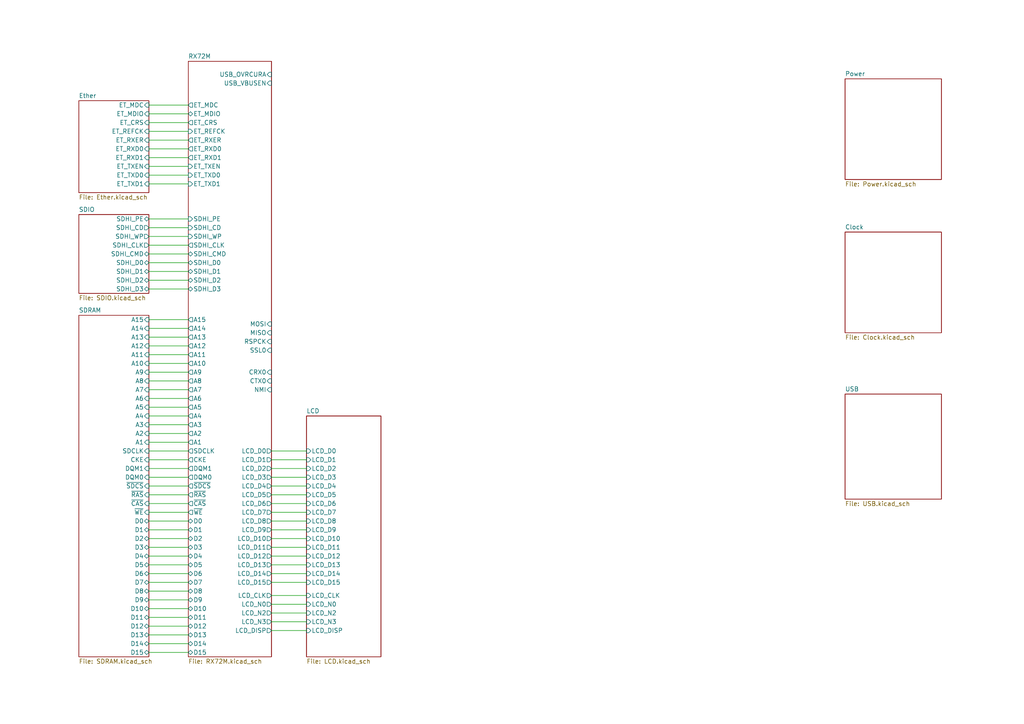
<source format=kicad_sch>
(kicad_sch (version 20211123) (generator eeschema)

  (uuid 0bcafe80-ffba-4f1e-ae51-95a595b006db)

  (paper "A4")

  (lib_symbols
  )


  (wire (pts (xy 54.61 158.75) (xy 43.18 158.75))
    (stroke (width 0) (type default) (color 0 0 0 0))
    (uuid 009b5465-0a65-4237-93e7-eb65321eeb18)
  )
  (wire (pts (xy 43.18 156.21) (xy 54.61 156.21))
    (stroke (width 0) (type default) (color 0 0 0 0))
    (uuid 00f3ea8b-8a54-4e56-84ff-d98f6c00496c)
  )
  (wire (pts (xy 88.9 135.89) (xy 78.74 135.89))
    (stroke (width 0) (type default) (color 0 0 0 0))
    (uuid 03f57fb4-32a3-4bc6-85b9-fd8ece4a9592)
  )
  (wire (pts (xy 88.9 156.21) (xy 78.74 156.21))
    (stroke (width 0) (type default) (color 0 0 0 0))
    (uuid 07d160b6-23e1-4aa0-95cb-440482e6fc15)
  )
  (wire (pts (xy 54.61 30.48) (xy 43.18 30.48))
    (stroke (width 0) (type default) (color 0 0 0 0))
    (uuid 0fd35a3e-b394-4aae-875a-fac843f9cbb7)
  )
  (wire (pts (xy 43.18 92.71) (xy 54.61 92.71))
    (stroke (width 0) (type default) (color 0 0 0 0))
    (uuid 1199146e-a60b-416a-b503-e77d6d2892f9)
  )
  (wire (pts (xy 54.61 130.81) (xy 43.18 130.81))
    (stroke (width 0) (type default) (color 0 0 0 0))
    (uuid 16121028-bdf5-49c0-aae7-e28fe5bfa771)
  )
  (wire (pts (xy 43.18 71.12) (xy 54.61 71.12))
    (stroke (width 0) (type default) (color 0 0 0 0))
    (uuid 180245d9-4a3f-4d1b-adcc-b4eafac722e0)
  )
  (wire (pts (xy 88.9 130.81) (xy 78.74 130.81))
    (stroke (width 0) (type default) (color 0 0 0 0))
    (uuid 18ca5aef-6a2c-41ac-9e7f-bf7acb716e53)
  )
  (wire (pts (xy 88.9 182.88) (xy 78.74 182.88))
    (stroke (width 0) (type default) (color 0 0 0 0))
    (uuid 1b2fbf52-6faa-4937-83fa-9387d825d297)
  )
  (wire (pts (xy 78.74 153.67) (xy 88.9 153.67))
    (stroke (width 0) (type default) (color 0 0 0 0))
    (uuid 1e48966e-d29d-4521-8939-ec8ac570431d)
  )
  (wire (pts (xy 43.18 81.28) (xy 54.61 81.28))
    (stroke (width 0) (type default) (color 0 0 0 0))
    (uuid 1fbb0219-551e-409b-a61b-76e8cebdfb9d)
  )
  (wire (pts (xy 43.18 161.29) (xy 54.61 161.29))
    (stroke (width 0) (type default) (color 0 0 0 0))
    (uuid 221bef83-3ea7-4d3f-adeb-53a8a07c6273)
  )
  (wire (pts (xy 88.9 146.05) (xy 78.74 146.05))
    (stroke (width 0) (type default) (color 0 0 0 0))
    (uuid 24b72b0d-63b8-4e06-89d0-e94dcf39a600)
  )
  (wire (pts (xy 43.18 66.04) (xy 54.61 66.04))
    (stroke (width 0) (type default) (color 0 0 0 0))
    (uuid 28e37b45-f843-47c2-85c9-ca19f5430ece)
  )
  (wire (pts (xy 54.61 48.26) (xy 43.18 48.26))
    (stroke (width 0) (type default) (color 0 0 0 0))
    (uuid 30317bf0-88bb-49e7-bf8b-9f3883982225)
  )
  (wire (pts (xy 54.61 45.72) (xy 43.18 45.72))
    (stroke (width 0) (type default) (color 0 0 0 0))
    (uuid 3e915099-a18e-49f4-89bb-abe64c2dade5)
  )
  (wire (pts (xy 43.18 107.95) (xy 54.61 107.95))
    (stroke (width 0) (type default) (color 0 0 0 0))
    (uuid 3f43d730-2a73-49fe-9672-32428e7f5b49)
  )
  (wire (pts (xy 88.9 177.8) (xy 78.74 177.8))
    (stroke (width 0) (type default) (color 0 0 0 0))
    (uuid 4418ecb1-861e-4145-9951-a10eda95b9b8)
  )
  (wire (pts (xy 78.74 143.51) (xy 88.9 143.51))
    (stroke (width 0) (type default) (color 0 0 0 0))
    (uuid 4431c0f6-83ea-4eee-95a8-991da2f03ccd)
  )
  (wire (pts (xy 54.61 181.61) (xy 43.18 181.61))
    (stroke (width 0) (type default) (color 0 0 0 0))
    (uuid 477892a1-722e-4cda-bb6c-fcdb8ba5f93e)
  )
  (wire (pts (xy 43.18 186.69) (xy 54.61 186.69))
    (stroke (width 0) (type default) (color 0 0 0 0))
    (uuid 479331ff-c540-41f4-84e6-b48d65171e59)
  )
  (wire (pts (xy 43.18 166.37) (xy 54.61 166.37))
    (stroke (width 0) (type default) (color 0 0 0 0))
    (uuid 4ba06b66-7669-4c70-b585-f5d4c9c33527)
  )
  (wire (pts (xy 43.18 179.07) (xy 54.61 179.07))
    (stroke (width 0) (type default) (color 0 0 0 0))
    (uuid 4d586a18-26c5-441e-a9ff-8125ee516126)
  )
  (wire (pts (xy 54.61 125.73) (xy 43.18 125.73))
    (stroke (width 0) (type default) (color 0 0 0 0))
    (uuid 4db55cb8-197b-4402-871f-ce582b65664b)
  )
  (wire (pts (xy 54.61 73.66) (xy 43.18 73.66))
    (stroke (width 0) (type default) (color 0 0 0 0))
    (uuid 54212c01-b363-47b8-a145-45c40df316f4)
  )
  (wire (pts (xy 78.74 180.34) (xy 88.9 180.34))
    (stroke (width 0) (type default) (color 0 0 0 0))
    (uuid 5a262516-e7c8-4441-a217-a28a6fe49212)
  )
  (wire (pts (xy 54.61 168.91) (xy 43.18 168.91))
    (stroke (width 0) (type default) (color 0 0 0 0))
    (uuid 60ff6322-62e2-4602-9bc0-7a0f0a5ecfbf)
  )
  (wire (pts (xy 54.61 135.89) (xy 43.18 135.89))
    (stroke (width 0) (type default) (color 0 0 0 0))
    (uuid 6bd115d6-07e0-45db-8f2e-3cbb0429104f)
  )
  (wire (pts (xy 54.61 78.74) (xy 43.18 78.74))
    (stroke (width 0) (type default) (color 0 0 0 0))
    (uuid 7bfba61b-6752-4a45-9ee6-5984dcb15041)
  )
  (wire (pts (xy 88.9 161.29) (xy 78.74 161.29))
    (stroke (width 0) (type default) (color 0 0 0 0))
    (uuid 844d7d7a-b386-45a8-aaf6-bf41bbcb43b5)
  )
  (wire (pts (xy 54.61 63.5) (xy 43.18 63.5))
    (stroke (width 0) (type default) (color 0 0 0 0))
    (uuid 88610282-a92d-4c3d-917a-ea95d59e0759)
  )
  (wire (pts (xy 43.18 118.11) (xy 54.61 118.11))
    (stroke (width 0) (type default) (color 0 0 0 0))
    (uuid 9031bb33-c6aa-4758-bf5c-3274ed3ebab7)
  )
  (wire (pts (xy 88.9 140.97) (xy 78.74 140.97))
    (stroke (width 0) (type default) (color 0 0 0 0))
    (uuid 90e761f6-1432-4f73-ad28-fa8869b7ec31)
  )
  (wire (pts (xy 54.61 110.49) (xy 43.18 110.49))
    (stroke (width 0) (type default) (color 0 0 0 0))
    (uuid 9186dae5-6dc3-4744-9f90-e697559c6ac8)
  )
  (wire (pts (xy 43.18 176.53) (xy 54.61 176.53))
    (stroke (width 0) (type default) (color 0 0 0 0))
    (uuid 9186fd02-f30d-4e17-aa38-378ab73e3908)
  )
  (wire (pts (xy 54.61 138.43) (xy 43.18 138.43))
    (stroke (width 0) (type default) (color 0 0 0 0))
    (uuid 97fe2a5c-4eee-4c7a-9c43-47749b396494)
  )
  (wire (pts (xy 43.18 102.87) (xy 54.61 102.87))
    (stroke (width 0) (type default) (color 0 0 0 0))
    (uuid 98b00c9d-9188-4bce-aa70-92d12dd9cf82)
  )
  (wire (pts (xy 54.61 83.82) (xy 43.18 83.82))
    (stroke (width 0) (type default) (color 0 0 0 0))
    (uuid 99332785-d9f1-4363-9377-26ddc18e6d2c)
  )
  (wire (pts (xy 54.61 95.25) (xy 43.18 95.25))
    (stroke (width 0) (type default) (color 0 0 0 0))
    (uuid 997c2f12-73ba-4c01-9ee0-42e37cbab790)
  )
  (wire (pts (xy 43.18 76.2) (xy 54.61 76.2))
    (stroke (width 0) (type default) (color 0 0 0 0))
    (uuid 99dfa524-0366-4808-b4e8-328fc38e8656)
  )
  (wire (pts (xy 43.18 123.19) (xy 54.61 123.19))
    (stroke (width 0) (type default) (color 0 0 0 0))
    (uuid 9aedbb9e-8340-4899-b813-05b23382a36b)
  )
  (wire (pts (xy 88.9 166.37) (xy 78.74 166.37))
    (stroke (width 0) (type default) (color 0 0 0 0))
    (uuid a07b6b2b-7179-4297-b163-5e47ffbe76d3)
  )
  (wire (pts (xy 54.61 105.41) (xy 43.18 105.41))
    (stroke (width 0) (type default) (color 0 0 0 0))
    (uuid a24ce0e2-fdd3-4e6a-b754-5dee9713dd27)
  )
  (wire (pts (xy 78.74 158.75) (xy 88.9 158.75))
    (stroke (width 0) (type default) (color 0 0 0 0))
    (uuid a62609cd-29b7-4918-b97d-7b2404ba61cf)
  )
  (wire (pts (xy 78.74 148.59) (xy 88.9 148.59))
    (stroke (width 0) (type default) (color 0 0 0 0))
    (uuid a6738794-75ae-48a6-8949-ed8717400d71)
  )
  (wire (pts (xy 88.9 172.72) (xy 78.74 172.72))
    (stroke (width 0) (type default) (color 0 0 0 0))
    (uuid a8344b6e-ca77-48c1-b217-2d5c79e7b57e)
  )
  (wire (pts (xy 54.61 173.99) (xy 43.18 173.99))
    (stroke (width 0) (type default) (color 0 0 0 0))
    (uuid aa130053-a451-4f12-97f7-3d4d891a5f83)
  )
  (wire (pts (xy 54.61 148.59) (xy 43.18 148.59))
    (stroke (width 0) (type default) (color 0 0 0 0))
    (uuid ae77c3c8-1144-468e-ad5b-a0b4090735bd)
  )
  (wire (pts (xy 43.18 97.79) (xy 54.61 97.79))
    (stroke (width 0) (type default) (color 0 0 0 0))
    (uuid afd38b10-2eca-4abe-aed1-a96fb07ffdbe)
  )
  (wire (pts (xy 54.61 184.15) (xy 43.18 184.15))
    (stroke (width 0) (type default) (color 0 0 0 0))
    (uuid b09666f9-12f1-4ee9-8877-2292c94258ca)
  )
  (wire (pts (xy 54.61 163.83) (xy 43.18 163.83))
    (stroke (width 0) (type default) (color 0 0 0 0))
    (uuid b52d6ff3-fef1-496e-8dd5-ebb89b6bce6a)
  )
  (wire (pts (xy 78.74 138.43) (xy 88.9 138.43))
    (stroke (width 0) (type default) (color 0 0 0 0))
    (uuid b78cb2c1-ae4b-4d9b-acd8-d7fe342342f2)
  )
  (wire (pts (xy 54.61 153.67) (xy 43.18 153.67))
    (stroke (width 0) (type default) (color 0 0 0 0))
    (uuid bc0dbc57-3ae8-4ce5-a05c-2d6003bba475)
  )
  (wire (pts (xy 54.61 33.02) (xy 43.18 33.02))
    (stroke (width 0) (type default) (color 0 0 0 0))
    (uuid c088f712-1abe-4cac-9a8b-d564931395aa)
  )
  (wire (pts (xy 54.61 146.05) (xy 43.18 146.05))
    (stroke (width 0) (type default) (color 0 0 0 0))
    (uuid c3c499b1-9227-4e4b-9982-f9f1aa6203b9)
  )
  (wire (pts (xy 43.18 151.13) (xy 54.61 151.13))
    (stroke (width 0) (type default) (color 0 0 0 0))
    (uuid c8b92953-cd23-44e6-85ce-083fb8c3f20f)
  )
  (wire (pts (xy 54.61 100.33) (xy 43.18 100.33))
    (stroke (width 0) (type default) (color 0 0 0 0))
    (uuid c8fd9dd3-06ad-4146-9239-0065013959ef)
  )
  (wire (pts (xy 54.61 53.34) (xy 43.18 53.34))
    (stroke (width 0) (type default) (color 0 0 0 0))
    (uuid cb721686-5255-4788-a3b0-ce4312e32eb7)
  )
  (wire (pts (xy 54.61 189.23) (xy 43.18 189.23))
    (stroke (width 0) (type default) (color 0 0 0 0))
    (uuid cc15f583-a41b-43af-ba94-a75455506a96)
  )
  (wire (pts (xy 54.61 140.97) (xy 43.18 140.97))
    (stroke (width 0) (type default) (color 0 0 0 0))
    (uuid ce72ea62-9343-4a4f-81bf-8ac601f5d005)
  )
  (wire (pts (xy 54.61 133.35) (xy 43.18 133.35))
    (stroke (width 0) (type default) (color 0 0 0 0))
    (uuid d0a0deb1-4f0f-4ede-b730-2c6d67cb9618)
  )
  (wire (pts (xy 78.74 168.91) (xy 88.9 168.91))
    (stroke (width 0) (type default) (color 0 0 0 0))
    (uuid d1a9be32-38ba-44e6-bc35-f031541ab1fe)
  )
  (wire (pts (xy 54.61 40.64) (xy 43.18 40.64))
    (stroke (width 0) (type default) (color 0 0 0 0))
    (uuid d3d57924-54a6-421d-a3a0-a044fc909e88)
  )
  (wire (pts (xy 88.9 151.13) (xy 78.74 151.13))
    (stroke (width 0) (type default) (color 0 0 0 0))
    (uuid d692b5e6-71b2-4fa6-bc83-618add8d8fef)
  )
  (wire (pts (xy 43.18 171.45) (xy 54.61 171.45))
    (stroke (width 0) (type default) (color 0 0 0 0))
    (uuid e7369115-d491-4ef3-be3d-f5298992c3e8)
  )
  (wire (pts (xy 43.18 128.27) (xy 54.61 128.27))
    (stroke (width 0) (type default) (color 0 0 0 0))
    (uuid e97b5984-9f0f-43a4-9b8a-838eef4cceb2)
  )
  (wire (pts (xy 54.61 35.56) (xy 43.18 35.56))
    (stroke (width 0) (type default) (color 0 0 0 0))
    (uuid ea6fde00-59dc-4a79-a647-7e38199fae0e)
  )
  (wire (pts (xy 54.61 43.18) (xy 43.18 43.18))
    (stroke (width 0) (type default) (color 0 0 0 0))
    (uuid eab9c52c-3aa0-43a7-bc7f-7e234ff1e9f4)
  )
  (wire (pts (xy 78.74 163.83) (xy 88.9 163.83))
    (stroke (width 0) (type default) (color 0 0 0 0))
    (uuid ebca7c5e-ae52-43e5-ac6c-69a96a9a5b24)
  )
  (wire (pts (xy 43.18 113.03) (xy 54.61 113.03))
    (stroke (width 0) (type default) (color 0 0 0 0))
    (uuid f1a9fb80-4cc4-410f-9616-e19c969dcab5)
  )
  (wire (pts (xy 78.74 175.26) (xy 88.9 175.26))
    (stroke (width 0) (type default) (color 0 0 0 0))
    (uuid f4d56f6a-532c-43b8-b830-4af0c6750745)
  )
  (wire (pts (xy 54.61 38.1) (xy 43.18 38.1))
    (stroke (width 0) (type default) (color 0 0 0 0))
    (uuid f73b5500-6337-4860-a114-6e307f65ec9f)
  )
  (wire (pts (xy 54.61 68.58) (xy 43.18 68.58))
    (stroke (width 0) (type default) (color 0 0 0 0))
    (uuid f8f3a9fc-1e34-4573-a767-508104e8d242)
  )
  (wire (pts (xy 54.61 50.8) (xy 43.18 50.8))
    (stroke (width 0) (type default) (color 0 0 0 0))
    (uuid f959907b-1cef-4760-b043-4260a660a2ae)
  )
  (wire (pts (xy 78.74 133.35) (xy 88.9 133.35))
    (stroke (width 0) (type default) (color 0 0 0 0))
    (uuid f9b1563b-384a-447c-9f47-736504e995c8)
  )
  (wire (pts (xy 54.61 120.65) (xy 43.18 120.65))
    (stroke (width 0) (type default) (color 0 0 0 0))
    (uuid fa918b6d-f6cf-4471-be3b-4ff713f55a2e)
  )
  (wire (pts (xy 54.61 143.51) (xy 43.18 143.51))
    (stroke (width 0) (type default) (color 0 0 0 0))
    (uuid fb30f9bb-6a0b-4d8a-82b0-266eab794bc6)
  )
  (wire (pts (xy 54.61 115.57) (xy 43.18 115.57))
    (stroke (width 0) (type default) (color 0 0 0 0))
    (uuid fea7c5d1-76d6-41a0-b5e3-29889dbb8ce0)
  )

  (sheet (at 245.11 22.86) (size 27.94 29.21) (fields_autoplaced)
    (stroke (width 0) (type solid) (color 0 0 0 0))
    (fill (color 0 0 0 0.0000))
    (uuid 00000000-0000-0000-0000-00005dba261f)
    (property "Sheet name" "Power" (id 0) (at 245.11 22.1484 0)
      (effects (font (size 1.27 1.27)) (justify left bottom))
    )
    (property "Sheet file" "Power.kicad_sch" (id 1) (at 245.11 52.6546 0)
      (effects (font (size 1.27 1.27)) (justify left top))
    )
  )

  (sheet (at 54.61 17.78) (size 24.13 172.72) (fields_autoplaced)
    (stroke (width 0) (type solid) (color 0 0 0 0))
    (fill (color 0 0 0 0.0000))
    (uuid 00000000-0000-0000-0000-00005dba4562)
    (property "Sheet name" "RX72M" (id 0) (at 54.61 17.0684 0)
      (effects (font (size 1.27 1.27)) (justify left bottom))
    )
    (property "Sheet file" "RX72M.kicad_sch" (id 1) (at 54.61 191.0846 0)
      (effects (font (size 1.27 1.27)) (justify left top))
    )
    (pin "D0" bidirectional (at 54.61 151.13 180)
      (effects (font (size 1.27 1.27)) (justify left))
      (uuid 802c2dc3-ca9f-491e-9d66-7893e89ac34c)
    )
    (pin "D1" bidirectional (at 54.61 153.67 180)
      (effects (font (size 1.27 1.27)) (justify left))
      (uuid eed466bf-cd88-4860-9abf-41a594ca08bd)
    )
    (pin "D2" bidirectional (at 54.61 156.21 180)
      (effects (font (size 1.27 1.27)) (justify left))
      (uuid 72508b1f-1505-46cb-9d37-2081c5a12aca)
    )
    (pin "D3" bidirectional (at 54.61 158.75 180)
      (effects (font (size 1.27 1.27)) (justify left))
      (uuid 011ee658-718d-416a-85fd-961729cd1ee5)
    )
    (pin "D4" bidirectional (at 54.61 161.29 180)
      (effects (font (size 1.27 1.27)) (justify left))
      (uuid 7d76d925-f900-42af-a03f-bb32d2381b09)
    )
    (pin "D5" bidirectional (at 54.61 163.83 180)
      (effects (font (size 1.27 1.27)) (justify left))
      (uuid f1e619ac-5067-41df-8384-776ec70a6093)
    )
    (pin "D6" bidirectional (at 54.61 166.37 180)
      (effects (font (size 1.27 1.27)) (justify left))
      (uuid 7a74c4b1-6243-4a12-85a2-bc41d346e7aa)
    )
    (pin "D7" bidirectional (at 54.61 168.91 180)
      (effects (font (size 1.27 1.27)) (justify left))
      (uuid ed8a7f02-cf05-41d0-97b4-4388ef205e73)
    )
    (pin "D8" bidirectional (at 54.61 171.45 180)
      (effects (font (size 1.27 1.27)) (justify left))
      (uuid 593b8647-0095-46cc-ba23-3cf2a86edb5e)
    )
    (pin "D9" bidirectional (at 54.61 173.99 180)
      (effects (font (size 1.27 1.27)) (justify left))
      (uuid 60aa0ce8-9d0e-48ca-bbf9-866403979e9b)
    )
    (pin "D10" bidirectional (at 54.61 176.53 180)
      (effects (font (size 1.27 1.27)) (justify left))
      (uuid bde95c06-433a-4c03-bc48-e3abcdb4e054)
    )
    (pin "D11" bidirectional (at 54.61 179.07 180)
      (effects (font (size 1.27 1.27)) (justify left))
      (uuid 8cd050d6-228c-4da0-9533-b4f8d14cfb34)
    )
    (pin "D12" bidirectional (at 54.61 181.61 180)
      (effects (font (size 1.27 1.27)) (justify left))
      (uuid 4e27930e-1827-4788-aa6b-487321d46602)
    )
    (pin "D13" bidirectional (at 54.61 184.15 180)
      (effects (font (size 1.27 1.27)) (justify left))
      (uuid 18c61c95-8af1-4986-b67e-c7af9c15ab6b)
    )
    (pin "D14" bidirectional (at 54.61 186.69 180)
      (effects (font (size 1.27 1.27)) (justify left))
      (uuid a5be2cb8-c68d-4180-8412-69a6b4c5b1d4)
    )
    (pin "D15" bidirectional (at 54.61 189.23 180)
      (effects (font (size 1.27 1.27)) (justify left))
      (uuid 7e1217ba-8a3d-4079-8d7b-b45f90cfbf53)
    )
    (pin "~{WE}" output (at 54.61 148.59 180)
      (effects (font (size 1.27 1.27)) (justify left))
      (uuid 2e90e294-82e1-45da-9bf1-b91dfe0dc8f6)
    )
    (pin "~{CAS}" output (at 54.61 146.05 180)
      (effects (font (size 1.27 1.27)) (justify left))
      (uuid ba6fc20e-7eff-4d5f-81e4-d1fad93be155)
    )
    (pin "~{RAS}" output (at 54.61 143.51 180)
      (effects (font (size 1.27 1.27)) (justify left))
      (uuid 2035ea48-3ef5-4d7f-8c3c-50981b30c89a)
    )
    (pin "~{SDCS}" output (at 54.61 140.97 180)
      (effects (font (size 1.27 1.27)) (justify left))
      (uuid 7a2f50f6-0c99-4e8d-9c2a-8f2f961d2e6d)
    )
    (pin "SDCLK" output (at 54.61 130.81 180)
      (effects (font (size 1.27 1.27)) (justify left))
      (uuid ae0e6b31-27d7-4383-a4fc-7557b0a19382)
    )
    (pin "DQM0" output (at 54.61 138.43 180)
      (effects (font (size 1.27 1.27)) (justify left))
      (uuid 9565d2ee-a4f1-4d08-b2c9-0264233a0d2b)
    )
    (pin "DQM1" output (at 54.61 135.89 180)
      (effects (font (size 1.27 1.27)) (justify left))
      (uuid b287f145-851e-45cc-b200-e62677b551d5)
    )
    (pin "CKE" output (at 54.61 133.35 180)
      (effects (font (size 1.27 1.27)) (justify left))
      (uuid d1eca865-05c5-48a4-96cf-ed5f8a640e25)
    )
    (pin "A1" output (at 54.61 128.27 180)
      (effects (font (size 1.27 1.27)) (justify left))
      (uuid cebb9021-66d3-4116-98d4-5e6f3c1552be)
    )
    (pin "A2" output (at 54.61 125.73 180)
      (effects (font (size 1.27 1.27)) (justify left))
      (uuid 3b686d17-1000-4762-ba31-589d599a3edf)
    )
    (pin "A3" output (at 54.61 123.19 180)
      (effects (font (size 1.27 1.27)) (justify left))
      (uuid 9286cf02-1563-41d2-9931-c192c33bab31)
    )
    (pin "A4" output (at 54.61 120.65 180)
      (effects (font (size 1.27 1.27)) (justify left))
      (uuid 66bc2bca-dab7-4947-a0ff-403cdaf9fb89)
    )
    (pin "A5" output (at 54.61 118.11 180)
      (effects (font (size 1.27 1.27)) (justify left))
      (uuid 9b6bb172-1ac4-440a-ac75-c1917d9d59c7)
    )
    (pin "A6" output (at 54.61 115.57 180)
      (effects (font (size 1.27 1.27)) (justify left))
      (uuid 5701b80f-f006-4814-81c9-0c7f006088a9)
    )
    (pin "A7" output (at 54.61 113.03 180)
      (effects (font (size 1.27 1.27)) (justify left))
      (uuid 63c56ea4-91a3-4172-b9de-a4388cc8f894)
    )
    (pin "A8" output (at 54.61 110.49 180)
      (effects (font (size 1.27 1.27)) (justify left))
      (uuid c25449d6-d734-4953-b762-98f82a830248)
    )
    (pin "A9" output (at 54.61 107.95 180)
      (effects (font (size 1.27 1.27)) (justify left))
      (uuid d7e4abd8-69f5-4706-b12e-898194e5bf56)
    )
    (pin "A10" output (at 54.61 105.41 180)
      (effects (font (size 1.27 1.27)) (justify left))
      (uuid 44646447-0a8e-4aec-a74e-22bf765d0f33)
    )
    (pin "A11" output (at 54.61 102.87 180)
      (effects (font (size 1.27 1.27)) (justify left))
      (uuid 2878a73c-5447-4cd9-8194-14f52ab9459c)
    )
    (pin "A12" output (at 54.61 100.33 180)
      (effects (font (size 1.27 1.27)) (justify left))
      (uuid 955cc99e-a129-42cf-abc7-aa99813fdb5f)
    )
    (pin "A13" output (at 54.61 97.79 180)
      (effects (font (size 1.27 1.27)) (justify left))
      (uuid 04cf2f2c-74bf-400d-b4f6-201720df00ed)
    )
    (pin "A14" output (at 54.61 95.25 180)
      (effects (font (size 1.27 1.27)) (justify left))
      (uuid 1bdd5841-68b7-42e2-9447-cbdb608d8a08)
    )
    (pin "A15" output (at 54.61 92.71 180)
      (effects (font (size 1.27 1.27)) (justify left))
      (uuid aeb03be9-98f0-43f6-9432-1bb35aa04bab)
    )
    (pin "SDHI_CD" input (at 54.61 66.04 180)
      (effects (font (size 1.27 1.27)) (justify left))
      (uuid 008da5b9-6f95-4113-b7d0-d93ac62efd33)
    )
    (pin "SDHI_WP" input (at 54.61 68.58 180)
      (effects (font (size 1.27 1.27)) (justify left))
      (uuid 5d3d7893-1d11-4f1d-9052-85cf0e07d281)
    )
    (pin "SDHI_D1" bidirectional (at 54.61 78.74 180)
      (effects (font (size 1.27 1.27)) (justify left))
      (uuid 79476267-290e-445f-995b-0afd0e11a4b5)
    )
    (pin "SDHI_D0" bidirectional (at 54.61 76.2 180)
      (effects (font (size 1.27 1.27)) (justify left))
      (uuid 8b290a17-6328-4178-9131-29524d345539)
    )
    (pin "SDHI_CLK" output (at 54.61 71.12 180)
      (effects (font (size 1.27 1.27)) (justify left))
      (uuid 27b2eb82-662b-42d8-90e6-830fec4bb8d2)
    )
    (pin "SDHI_CMD" bidirectional (at 54.61 73.66 180)
      (effects (font (size 1.27 1.27)) (justify left))
      (uuid 0fafc6b9-fd35-4a55-9270-7a8e7ce3cb13)
    )
    (pin "SDHI_D3" bidirectional (at 54.61 83.82 180)
      (effects (font (size 1.27 1.27)) (justify left))
      (uuid 66218487-e316-4467-9eba-79d4626ab24e)
    )
    (pin "SDHI_D2" bidirectional (at 54.61 81.28 180)
      (effects (font (size 1.27 1.27)) (justify left))
      (uuid dca1d7db-c913-4d73-a2cc-fdc9651eda69)
    )
    (pin "SDHI_PE" input (at 54.61 63.5 180)
      (effects (font (size 1.27 1.27)) (justify left))
      (uuid cf815d51-c956-4c5a-adde-c373cb025b07)
    )
    (pin "ET_MDC" output (at 54.61 30.48 180)
      (effects (font (size 1.27 1.27)) (justify left))
      (uuid 3e0392c0-affc-4114-9de5-1f1cfe79418a)
    )
    (pin "ET_MDIO" bidirectional (at 54.61 33.02 180)
      (effects (font (size 1.27 1.27)) (justify left))
      (uuid 6513181c-0a6a-4560-9a18-17450c36ae2a)
    )
    (pin "ET_RXER" output (at 54.61 40.64 180)
      (effects (font (size 1.27 1.27)) (justify left))
      (uuid 12a24e86-2c38-4685-bba9-fff8dddb4cb0)
    )
    (pin "ET_TXD1" input (at 54.61 53.34 180)
      (effects (font (size 1.27 1.27)) (justify left))
      (uuid f357ddb5-3f44-43b0-b00d-d64f5c62ba4a)
    )
    (pin "ET_TXD0" input (at 54.61 50.8 180)
      (effects (font (size 1.27 1.27)) (justify left))
      (uuid 35ef9c4a-35f6-467b-a704-b1d9354880cf)
    )
    (pin "ET_TXEN" input (at 54.61 48.26 180)
      (effects (font (size 1.27 1.27)) (justify left))
      (uuid b8b961e9-8a60-45fc-999a-a7a3baff4e0d)
    )
    (pin "ET_REFCK" input (at 54.61 38.1 180)
      (effects (font (size 1.27 1.27)) (justify left))
      (uuid a7f25f41-0b4c-4430-b6cd-b2160b2db099)
    )
    (pin "ET_RXD0" output (at 54.61 43.18 180)
      (effects (font (size 1.27 1.27)) (justify left))
      (uuid 0ceb97d6-1b0f-4b71-921e-b0955c30c998)
    )
    (pin "ET_RXD1" output (at 54.61 45.72 180)
      (effects (font (size 1.27 1.27)) (justify left))
      (uuid 1241b7f2-e266-4f5c-8a97-9f0f9d0eef37)
    )
    (pin "ET_CRS" output (at 54.61 35.56 180)
      (effects (font (size 1.27 1.27)) (justify left))
      (uuid 7d0dab95-9e7a-486e-a1d7-fc48860fd57d)
    )
    (pin "LCD_D0" output (at 78.74 130.81 0)
      (effects (font (size 1.27 1.27)) (justify right))
      (uuid 6241e6d3-a754-45b6-9f7c-e43019b93226)
    )
    (pin "LCD_D1" output (at 78.74 133.35 0)
      (effects (font (size 1.27 1.27)) (justify right))
      (uuid c8a44971-63c1-4a19-879d-b6647b2dc08d)
    )
    (pin "LCD_D2" output (at 78.74 135.89 0)
      (effects (font (size 1.27 1.27)) (justify right))
      (uuid 2b5a9ad3-7ec4-447d-916c-47adf5f9674f)
    )
    (pin "LCD_D3" output (at 78.74 138.43 0)
      (effects (font (size 1.27 1.27)) (justify right))
      (uuid f1782535-55f4-4299-bd4f-6f51b0b7259c)
    )
    (pin "LCD_D4" output (at 78.74 140.97 0)
      (effects (font (size 1.27 1.27)) (justify right))
      (uuid da6f4122-0ecc-496f-b0fd-e4abef534976)
    )
    (pin "LCD_D5" output (at 78.74 143.51 0)
      (effects (font (size 1.27 1.27)) (justify right))
      (uuid 9f782c92-a5e8-49db-bfda-752b35522ce4)
    )
    (pin "LCD_D6" output (at 78.74 146.05 0)
      (effects (font (size 1.27 1.27)) (justify right))
      (uuid ccc4cc25-ac17-45ef-825c-e079951ffb21)
    )
    (pin "LCD_D7" output (at 78.74 148.59 0)
      (effects (font (size 1.27 1.27)) (justify right))
      (uuid 626679e8-6101-4722-ac57-5b8d9dab4c8b)
    )
    (pin "LCD_D8" output (at 78.74 151.13 0)
      (effects (font (size 1.27 1.27)) (justify right))
      (uuid b7bf6e08-7978-4190-aff5-c90d967f0f9c)
    )
    (pin "LCD_D9" output (at 78.74 153.67 0)
      (effects (font (size 1.27 1.27)) (justify right))
      (uuid b59f18ce-2e34-4b6e-b14d-8d73b8268179)
    )
    (pin "LCD_D10" output (at 78.74 156.21 0)
      (effects (font (size 1.27 1.27)) (justify right))
      (uuid 691af561-538d-4e8f-a916-26cad45eb7d6)
    )
    (pin "LCD_D11" output (at 78.74 158.75 0)
      (effects (font (size 1.27 1.27)) (justify right))
      (uuid 7ce7415d-7c22-49f6-8215-488853ccc8c6)
    )
    (pin "LCD_D12" output (at 78.74 161.29 0)
      (effects (font (size 1.27 1.27)) (justify right))
      (uuid 5a222fb6-5159-4931-9015-19df65643140)
    )
    (pin "LCD_D13" output (at 78.74 163.83 0)
      (effects (font (size 1.27 1.27)) (justify right))
      (uuid 88002554-c459-46e5-8b22-6ea6fe07fd4c)
    )
    (pin "LCD_D14" output (at 78.74 166.37 0)
      (effects (font (size 1.27 1.27)) (justify right))
      (uuid 8cdc8ef9-532e-4bf5-9998-7213b9e692a2)
    )
    (pin "LCD_D15" output (at 78.74 168.91 0)
      (effects (font (size 1.27 1.27)) (justify right))
      (uuid 53e34696-241f-47e5-a477-f469335c8a61)
    )
    (pin "MISO" input (at 78.74 96.52 0)
      (effects (font (size 1.27 1.27)) (justify right))
      (uuid d01102e9-b170-4eb1-a0a4-9a31feb850b7)
    )
    (pin "RSPCK" input (at 78.74 99.06 0)
      (effects (font (size 1.27 1.27)) (justify right))
      (uuid c8a7af6e-c432-4fa3-91ee-c8bf0c5a9ebe)
    )
    (pin "SSL0" input (at 78.74 101.6 0)
      (effects (font (size 1.27 1.27)) (justify right))
      (uuid 91fe070a-a49b-4bc5-805a-42f23e10d114)
    )
    (pin "MOSI" input (at 78.74 93.98 0)
      (effects (font (size 1.27 1.27)) (justify right))
      (uuid 501880c3-8633-456f-9add-0e8fa1932ba6)
    )
    (pin "USB_OVRCURA" input (at 78.74 21.59 0)
      (effects (font (size 1.27 1.27)) (justify right))
      (uuid e413cfad-d7bd-41ab-b8dd-4b67484671a6)
    )
    (pin "CRX0" input (at 78.74 107.95 0)
      (effects (font (size 1.27 1.27)) (justify right))
      (uuid d66f0618-b22b-4dba-be10-76e1c17d543c)
    )
    (pin "CTX0" input (at 78.74 110.49 0)
      (effects (font (size 1.27 1.27)) (justify right))
      (uuid 06cdca5c-90eb-4dd4-b5aa-f29162564498)
    )
    (pin "NMI" input (at 78.74 113.03 0)
      (effects (font (size 1.27 1.27)) (justify right))
      (uuid d8c0e789-67a5-4efb-8d5d-4cc7fee8d39a)
    )
    (pin "LCD_CLK" output (at 78.74 172.72 0)
      (effects (font (size 1.27 1.27)) (justify right))
      (uuid cff042b1-cb2b-42d9-a227-b7fddb720d84)
    )
    (pin "USB_VBUSEN" input (at 78.74 24.13 0)
      (effects (font (size 1.27 1.27)) (justify right))
      (uuid bda46288-ce26-4547-af0b-da4371017063)
    )
    (pin "LCD_N0" output (at 78.74 175.26 0)
      (effects (font (size 1.27 1.27)) (justify right))
      (uuid 9fe27806-297d-4490-8f4f-300eb98fd52a)
    )
    (pin "LCD_N3" output (at 78.74 180.34 0)
      (effects (font (size 1.27 1.27)) (justify right))
      (uuid fb6aecae-6398-48ce-94a6-a6084d63c021)
    )
    (pin "LCD_N2" output (at 78.74 177.8 0)
      (effects (font (size 1.27 1.27)) (justify right))
      (uuid 49f3419c-f8b2-4988-9d17-67475a0d22e5)
    )
    (pin "LCD_DISP" output (at 78.74 182.88 0)
      (effects (font (size 1.27 1.27)) (justify right))
      (uuid 0ed11af5-0934-43bf-b32a-17d5b78ef9bf)
    )
  )

  (sheet (at 22.86 91.44) (size 20.32 99.06) (fields_autoplaced)
    (stroke (width 0) (type solid) (color 0 0 0 0))
    (fill (color 0 0 0 0.0000))
    (uuid 00000000-0000-0000-0000-00005dbd746d)
    (property "Sheet name" "SDRAM" (id 0) (at 22.86 90.7284 0)
      (effects (font (size 1.27 1.27)) (justify left bottom))
    )
    (property "Sheet file" "SDRAM.kicad_sch" (id 1) (at 22.86 191.0846 0)
      (effects (font (size 1.27 1.27)) (justify left top))
    )
    (pin "D0" bidirectional (at 43.18 151.13 0)
      (effects (font (size 1.27 1.27)) (justify right))
      (uuid 26801cfb-b53b-4a6a-a2f4-5f4986565765)
    )
    (pin "D1" bidirectional (at 43.18 153.67 0)
      (effects (font (size 1.27 1.27)) (justify right))
      (uuid f78e02cd-9600-4173-be8d-67e530b5d19f)
    )
    (pin "D2" bidirectional (at 43.18 156.21 0)
      (effects (font (size 1.27 1.27)) (justify right))
      (uuid 6f80f798-dc24-438f-a1eb-4ee2936267c8)
    )
    (pin "D3" bidirectional (at 43.18 158.75 0)
      (effects (font (size 1.27 1.27)) (justify right))
      (uuid f66398f1-1ae7-4d4d-939f-958c174c6bce)
    )
    (pin "D4" bidirectional (at 43.18 161.29 0)
      (effects (font (size 1.27 1.27)) (justify right))
      (uuid 088f77ba-fca9-42b3-876e-a6937267f957)
    )
    (pin "D5" bidirectional (at 43.18 163.83 0)
      (effects (font (size 1.27 1.27)) (justify right))
      (uuid 71989e06-8659-4605-b2da-4f729cc41263)
    )
    (pin "D6" bidirectional (at 43.18 166.37 0)
      (effects (font (size 1.27 1.27)) (justify right))
      (uuid 9a0b74a5-4879-4b51-8e8e-6d85a0107422)
    )
    (pin "D7" bidirectional (at 43.18 168.91 0)
      (effects (font (size 1.27 1.27)) (justify right))
      (uuid eae14f5f-515c-4a6f-ad0e-e8ef233d14bf)
    )
    (pin "D8" bidirectional (at 43.18 171.45 0)
      (effects (font (size 1.27 1.27)) (justify right))
      (uuid 6e435cd4-da2b-4602-a0aa-5dd988834dff)
    )
    (pin "D9" bidirectional (at 43.18 173.99 0)
      (effects (font (size 1.27 1.27)) (justify right))
      (uuid 6f675e5f-8fe6-4148-baf1-da97afc770f8)
    )
    (pin "D10" bidirectional (at 43.18 176.53 0)
      (effects (font (size 1.27 1.27)) (justify right))
      (uuid d69a5fdf-de15-4ec9-94f6-f9ee2f4b69fa)
    )
    (pin "D11" bidirectional (at 43.18 179.07 0)
      (effects (font (size 1.27 1.27)) (justify right))
      (uuid 917920ab-0c6e-4927-974d-ef342cdd4f63)
    )
    (pin "D12" bidirectional (at 43.18 181.61 0)
      (effects (font (size 1.27 1.27)) (justify right))
      (uuid 8fc062a7-114d-48eb-a8f8-71128838f380)
    )
    (pin "D13" bidirectional (at 43.18 184.15 0)
      (effects (font (size 1.27 1.27)) (justify right))
      (uuid 4f411f68-04bd-4175-a406-bcaa4cf6601e)
    )
    (pin "D14" bidirectional (at 43.18 186.69 0)
      (effects (font (size 1.27 1.27)) (justify right))
      (uuid 1fa508ef-df83-4c99-846b-9acf535b3ad9)
    )
    (pin "D15" bidirectional (at 43.18 189.23 0)
      (effects (font (size 1.27 1.27)) (justify right))
      (uuid 155b0b7c-70b4-4a26-a550-bac13cab0aa4)
    )
    (pin "A1" input (at 43.18 128.27 0)
      (effects (font (size 1.27 1.27)) (justify right))
      (uuid 399fc36a-ed5d-44b5-82f7-c6f83d9acc14)
    )
    (pin "A2" input (at 43.18 125.73 0)
      (effects (font (size 1.27 1.27)) (justify right))
      (uuid fbe8ebfc-2a8e-4eb8-85c5-38ddeaa5dd00)
    )
    (pin "A3" input (at 43.18 123.19 0)
      (effects (font (size 1.27 1.27)) (justify right))
      (uuid 00e38d63-5436-49db-81f5-697421f168fc)
    )
    (pin "A4" input (at 43.18 120.65 0)
      (effects (font (size 1.27 1.27)) (justify right))
      (uuid 70e4263f-d95a-4431-b3f3-cfc800c82056)
    )
    (pin "A5" input (at 43.18 118.11 0)
      (effects (font (size 1.27 1.27)) (justify right))
      (uuid 38a501e2-0ee8-439d-bd02-e9e90e7503e9)
    )
    (pin "A6" input (at 43.18 115.57 0)
      (effects (font (size 1.27 1.27)) (justify right))
      (uuid c0c2eb8e-f6d1-4506-8e6b-4f995ad74c1f)
    )
    (pin "A7" input (at 43.18 113.03 0)
      (effects (font (size 1.27 1.27)) (justify right))
      (uuid f9c81c26-f253-4227-a69f-53e64841cfbe)
    )
    (pin "A8" input (at 43.18 110.49 0)
      (effects (font (size 1.27 1.27)) (justify right))
      (uuid 61fe4c73-be59-4519-98f1-a634322a841d)
    )
    (pin "A9" input (at 43.18 107.95 0)
      (effects (font (size 1.27 1.27)) (justify right))
      (uuid e5864fe6-2a71-47f0-90ce-38c3f8901580)
    )
    (pin "A10" input (at 43.18 105.41 0)
      (effects (font (size 1.27 1.27)) (justify right))
      (uuid 699feae1-8cdd-4d2b-947f-f24849c73cdb)
    )
    (pin "A11" input (at 43.18 102.87 0)
      (effects (font (size 1.27 1.27)) (justify right))
      (uuid d88958ac-68cd-4955-a63f-0eaa329dec86)
    )
    (pin "A12" input (at 43.18 100.33 0)
      (effects (font (size 1.27 1.27)) (justify right))
      (uuid b6cd701f-4223-4e72-a305-466869ccb250)
    )
    (pin "A13" input (at 43.18 97.79 0)
      (effects (font (size 1.27 1.27)) (justify right))
      (uuid af347946-e3da-4427-87ab-77b747929f50)
    )
    (pin "A14" input (at 43.18 95.25 0)
      (effects (font (size 1.27 1.27)) (justify right))
      (uuid e7e08b48-3d04-49da-8349-6de530a20c67)
    )
    (pin "A15" input (at 43.18 92.71 0)
      (effects (font (size 1.27 1.27)) (justify right))
      (uuid 9bac9ad3-a7b9-47f0-87c7-d8630653df68)
    )
    (pin "SDCLK" input (at 43.18 130.81 0)
      (effects (font (size 1.27 1.27)) (justify right))
      (uuid 2891767f-251c-48c4-91c0-deb1b368f45c)
    )
    (pin "~{SDCS}" input (at 43.18 140.97 0)
      (effects (font (size 1.27 1.27)) (justify right))
      (uuid fd3499d5-6fd2-49a4-bdb0-109cee899fde)
    )
    (pin "CKE" input (at 43.18 133.35 0)
      (effects (font (size 1.27 1.27)) (justify right))
      (uuid 71f92193-19b0-44ed-bc7f-77535083d769)
    )
    (pin "DQM0" input (at 43.18 138.43 0)
      (effects (font (size 1.27 1.27)) (justify right))
      (uuid 143ed874-a01f-4ced-ba4e-bbb66ddd1f70)
    )
    (pin "DQM1" input (at 43.18 135.89 0)
      (effects (font (size 1.27 1.27)) (justify right))
      (uuid 795e68e2-c9ba-45cf-9bff-89b8fae05b5a)
    )
    (pin "~{WE}" input (at 43.18 148.59 0)
      (effects (font (size 1.27 1.27)) (justify right))
      (uuid 8fcec304-c6b1-4655-8326-beacd0476953)
    )
    (pin "~{CAS}" input (at 43.18 146.05 0)
      (effects (font (size 1.27 1.27)) (justify right))
      (uuid 411d4270-c66c-4318-b7fb-1470d34862b8)
    )
    (pin "~{RAS}" input (at 43.18 143.51 0)
      (effects (font (size 1.27 1.27)) (justify right))
      (uuid 0520f61d-4522-4301-a3fa-8ed0bf060f69)
    )
  )

  (sheet (at 245.11 67.31) (size 27.94 29.21) (fields_autoplaced)
    (stroke (width 0) (type solid) (color 0 0 0 0))
    (fill (color 0 0 0 0.0000))
    (uuid 00000000-0000-0000-0000-00005dc23ff7)
    (property "Sheet name" "Clock" (id 0) (at 245.11 66.5984 0)
      (effects (font (size 1.27 1.27)) (justify left bottom))
    )
    (property "Sheet file" "Clock.kicad_sch" (id 1) (at 245.11 97.1046 0)
      (effects (font (size 1.27 1.27)) (justify left top))
    )
  )

  (sheet (at 22.86 62.23) (size 20.32 22.86) (fields_autoplaced)
    (stroke (width 0) (type solid) (color 0 0 0 0))
    (fill (color 0 0 0 0.0000))
    (uuid 00000000-0000-0000-0000-00005dc340a2)
    (property "Sheet name" "SDIO" (id 0) (at 22.86 61.5184 0)
      (effects (font (size 1.27 1.27)) (justify left bottom))
    )
    (property "Sheet file" "SDIO.kicad_sch" (id 1) (at 22.86 85.6746 0)
      (effects (font (size 1.27 1.27)) (justify left top))
    )
    (pin "SDHI_CD" output (at 43.18 66.04 0)
      (effects (font (size 1.27 1.27)) (justify right))
      (uuid 196a8dd5-5fd6-4c7f-ae4a-0104bd82e61b)
    )
    (pin "SDHI_WP" output (at 43.18 68.58 0)
      (effects (font (size 1.27 1.27)) (justify right))
      (uuid b0271cdd-de22-4bf4-8f55-fc137cfbd4ec)
    )
    (pin "SDHI_CLK" output (at 43.18 71.12 0)
      (effects (font (size 1.27 1.27)) (justify right))
      (uuid 076046ab-4b56-4060-b8d9-0d80806d0277)
    )
    (pin "SDHI_CMD" bidirectional (at 43.18 73.66 0)
      (effects (font (size 1.27 1.27)) (justify right))
      (uuid 1171ce37-6ad7-4662-bb68-5592c945ebf3)
    )
    (pin "SDHI_D0" bidirectional (at 43.18 76.2 0)
      (effects (font (size 1.27 1.27)) (justify right))
      (uuid d4c9471f-7503-4339-928c-d1abae1eede6)
    )
    (pin "SDHI_D1" bidirectional (at 43.18 78.74 0)
      (effects (font (size 1.27 1.27)) (justify right))
      (uuid 43707e99-bdd7-4b02-9974-540ed6c2b0aa)
    )
    (pin "SDHI_D3" bidirectional (at 43.18 83.82 0)
      (effects (font (size 1.27 1.27)) (justify right))
      (uuid e17e6c0e-7e5b-43f0-ad48-0a2760b45b04)
    )
    (pin "SDHI_D2" bidirectional (at 43.18 81.28 0)
      (effects (font (size 1.27 1.27)) (justify right))
      (uuid e4e20505-1208-4100-a4aa-676f50844c06)
    )
    (pin "SDHI_PE" bidirectional (at 43.18 63.5 0)
      (effects (font (size 1.27 1.27)) (justify right))
      (uuid 79770cd5-32d7-429a-8248-0d9e6212231a)
    )
  )

  (sheet (at 245.11 114.3) (size 27.94 30.48) (fields_autoplaced)
    (stroke (width 0) (type solid) (color 0 0 0 0))
    (fill (color 0 0 0 0.0000))
    (uuid 00000000-0000-0000-0000-00005dc3479b)
    (property "Sheet name" "USB" (id 0) (at 245.11 113.5884 0)
      (effects (font (size 1.27 1.27)) (justify left bottom))
    )
    (property "Sheet file" "USB.kicad_sch" (id 1) (at 245.11 145.3646 0)
      (effects (font (size 1.27 1.27)) (justify left top))
    )
  )

  (sheet (at 88.9 120.65) (size 21.59 69.85) (fields_autoplaced)
    (stroke (width 0) (type solid) (color 0 0 0 0))
    (fill (color 0 0 0 0.0000))
    (uuid 00000000-0000-0000-0000-00005dc44928)
    (property "Sheet name" "LCD" (id 0) (at 88.9 119.9384 0)
      (effects (font (size 1.27 1.27)) (justify left bottom))
    )
    (property "Sheet file" "LCD.kicad_sch" (id 1) (at 88.9 191.0846 0)
      (effects (font (size 1.27 1.27)) (justify left top))
    )
    (pin "LCD_D0" input (at 88.9 130.81 180)
      (effects (font (size 1.27 1.27)) (justify left))
      (uuid e5b328f6-dc69-4905-ae98-2dc3200a51d6)
    )
    (pin "LCD_D1" input (at 88.9 133.35 180)
      (effects (font (size 1.27 1.27)) (justify left))
      (uuid 1f9ae101-c652-4998-a503-17aedf3d5746)
    )
    (pin "LCD_D2" input (at 88.9 135.89 180)
      (effects (font (size 1.27 1.27)) (justify left))
      (uuid 5c30b9b4-3014-4f50-9329-27a539b67e01)
    )
    (pin "LCD_D3" input (at 88.9 138.43 180)
      (effects (font (size 1.27 1.27)) (justify left))
      (uuid 9a2d648d-863a-4b7b-80f9-d537185c212b)
    )
    (pin "LCD_D4" input (at 88.9 140.97 180)
      (effects (font (size 1.27 1.27)) (justify left))
      (uuid c4cab9c5-d6e5-4660-b910-603a51b56783)
    )
    (pin "LCD_D5" input (at 88.9 143.51 180)
      (effects (font (size 1.27 1.27)) (justify left))
      (uuid 6ffdf05e-e119-49f9-85e9-13e4901df42a)
    )
    (pin "LCD_D6" input (at 88.9 146.05 180)
      (effects (font (size 1.27 1.27)) (justify left))
      (uuid 4c843bdb-6c9e-40dd-85e2-0567846e18ba)
    )
    (pin "LCD_D7" input (at 88.9 148.59 180)
      (effects (font (size 1.27 1.27)) (justify left))
      (uuid 72b36951-3ec7-4569-9c88-cf9b4afe1cae)
    )
    (pin "LCD_D8" input (at 88.9 151.13 180)
      (effects (font (size 1.27 1.27)) (justify left))
      (uuid eb8d02e9-145c-465d-b6a8-bae84d47a94b)
    )
    (pin "LCD_D9" input (at 88.9 153.67 180)
      (effects (font (size 1.27 1.27)) (justify left))
      (uuid 29bb7297-26fb-4776-9266-2355d022bab0)
    )
    (pin "LCD_D10" input (at 88.9 156.21 180)
      (effects (font (size 1.27 1.27)) (justify left))
      (uuid cb6062da-8dcd-4826-92fd-4071e9e97213)
    )
    (pin "LCD_D11" input (at 88.9 158.75 180)
      (effects (font (size 1.27 1.27)) (justify left))
      (uuid 36d783e7-096f-4c97-9672-7e08c083b87b)
    )
    (pin "LCD_D12" input (at 88.9 161.29 180)
      (effects (font (size 1.27 1.27)) (justify left))
      (uuid 0a1a4d88-972a-46ce-b25e-6cb796bd41f7)
    )
    (pin "LCD_D13" input (at 88.9 163.83 180)
      (effects (font (size 1.27 1.27)) (justify left))
      (uuid c9b9e62d-dede-4d1a-9a05-275614f8bdb2)
    )
    (pin "LCD_D14" input (at 88.9 166.37 180)
      (effects (font (size 1.27 1.27)) (justify left))
      (uuid bdf40d30-88ff-4479-bad1-69529464b61b)
    )
    (pin "LCD_D15" input (at 88.9 168.91 180)
      (effects (font (size 1.27 1.27)) (justify left))
      (uuid 57276367-9ce4-4738-88d7-6e8cb94c966c)
    )
    (pin "LCD_CLK" input (at 88.9 172.72 180)
      (effects (font (size 1.27 1.27)) (justify left))
      (uuid 16d0caa3-5850-4ad2-a5b4-98be779ddb19)
    )
    (pin "LCD_DISP" input (at 88.9 182.88 180)
      (effects (font (size 1.27 1.27)) (justify left))
      (uuid 99e6bac8-f931-4755-8af0-7a51409ca7f6)
    )
    (pin "LCD_N2" input (at 88.9 177.8 180)
      (effects (font (size 1.27 1.27)) (justify left))
      (uuid b8636e0b-56ac-40c4-b58b-1e17fe8b2a3e)
    )
    (pin "LCD_N0" input (at 88.9 175.26 180)
      (effects (font (size 1.27 1.27)) (justify left))
      (uuid 80b5fb3a-383b-4192-aaf7-0c315a3f46d0)
    )
    (pin "LCD_N3" input (at 88.9 180.34 180)
      (effects (font (size 1.27 1.27)) (justify left))
      (uuid 8612703a-291e-4bc0-9348-219c2d4e206c)
    )
  )

  (sheet (at 22.86 29.21) (size 20.32 26.67) (fields_autoplaced)
    (stroke (width 0) (type solid) (color 0 0 0 0))
    (fill (color 0 0 0 0.0000))
    (uuid 00000000-0000-0000-0000-00005dc9399c)
    (property "Sheet name" "Ether" (id 0) (at 22.86 28.4984 0)
      (effects (font (size 1.27 1.27)) (justify left bottom))
    )
    (property "Sheet file" "Ether.kicad_sch" (id 1) (at 22.86 56.4646 0)
      (effects (font (size 1.27 1.27)) (justify left top))
    )
    (pin "ET_MDC" input (at 43.18 30.48 0)
      (effects (font (size 1.27 1.27)) (justify right))
      (uuid dae72997-44fc-4275-b36f-cd70bf46cfba)
    )
    (pin "ET_MDIO" input (at 43.18 33.02 0)
      (effects (font (size 1.27 1.27)) (justify right))
      (uuid 5d9921f1-08b3-4cc9-8cf7-e9a72ca2fdb7)
    )
    (pin "ET_CRS" input (at 43.18 35.56 0)
      (effects (font (size 1.27 1.27)) (justify right))
      (uuid c8b6b273-3d20-4a46-8069-f6d608563604)
    )
    (pin "ET_RXER" input (at 43.18 40.64 0)
      (effects (font (size 1.27 1.27)) (justify right))
      (uuid 92035a88-6c95-4a61-bd8a-cb8dd9e5018a)
    )
    (pin "ET_RXD0" input (at 43.18 43.18 0)
      (effects (font (size 1.27 1.27)) (justify right))
      (uuid 4ec618ae-096f-4256-9328-005ee04f13d6)
    )
    (pin "ET_RXD1" input (at 43.18 45.72 0)
      (effects (font (size 1.27 1.27)) (justify right))
      (uuid 3326423d-8df7-4a7e-a354-349430b8fbd7)
    )
    (pin "ET_TXEN" input (at 43.18 48.26 0)
      (effects (font (size 1.27 1.27)) (justify right))
      (uuid 4d4fecdd-be4a-47e9-9085-2268d5852d8f)
    )
    (pin "ET_TXD0" input (at 43.18 50.8 0)
      (effects (font (size 1.27 1.27)) (justify right))
      (uuid 8458d41c-5d62-455d-b6e1-9f718c0faac9)
    )
    (pin "ET_TXD1" input (at 43.18 53.34 0)
      (effects (font (size 1.27 1.27)) (justify right))
      (uuid 8de2d84c-ff45-4d4f-bc49-c166f6ae6b91)
    )
    (pin "ET_REFCK" input (at 43.18 38.1 0)
      (effects (font (size 1.27 1.27)) (justify right))
      (uuid 935057d5-6882-4c15-9a35-54677912ba12)
    )
  )

  (sheet_instances
    (path "/" (page "1"))
    (path "/00000000-0000-0000-0000-00005dc23ff7" (page "2"))
    (path "/00000000-0000-0000-0000-00005dc9399c" (page "3"))
    (path "/00000000-0000-0000-0000-00005dc44928" (page "4"))
    (path "/00000000-0000-0000-0000-00005dba261f" (page "5"))
    (path "/00000000-0000-0000-0000-00005dba4562" (page "6"))
    (path "/00000000-0000-0000-0000-00005dc340a2" (page "7"))
    (path "/00000000-0000-0000-0000-00005dbd746d" (page "8"))
    (path "/00000000-0000-0000-0000-00005dc3479b" (page "9"))
  )

  (symbol_instances
    (path "/00000000-0000-0000-0000-00005dba261f/00000000-0000-0000-0000-00005dba6980"
      (reference "#PWR?") (unit 1) (value "GND") (footprint "")
    )
    (path "/00000000-0000-0000-0000-00005dba261f/00000000-0000-0000-0000-00005dbc0c64"
      (reference "#PWR?") (unit 1) (value "GND") (footprint "")
    )
    (path "/00000000-0000-0000-0000-00005dba261f/00000000-0000-0000-0000-00005dbc0f68"
      (reference "#PWR?") (unit 1) (value "+3.3V") (footprint "")
    )
    (path "/00000000-0000-0000-0000-00005dbd746d/00000000-0000-0000-0000-00005dbfe89c"
      (reference "#PWR?") (unit 1) (value "GND") (footprint "")
    )
    (path "/00000000-0000-0000-0000-00005dbd746d/00000000-0000-0000-0000-00005dc067aa"
      (reference "#PWR?") (unit 1) (value "+3.3V") (footprint "")
    )
    (path "/00000000-0000-0000-0000-00005dbd746d/00000000-0000-0000-0000-00005dc12d86"
      (reference "#PWR?") (unit 1) (value "+3.3V") (footprint "")
    )
    (path "/00000000-0000-0000-0000-00005dbd746d/00000000-0000-0000-0000-00005dc1b628"
      (reference "#PWR?") (unit 1) (value "GND") (footprint "")
    )
    (path "/00000000-0000-0000-0000-00005dba261f/00000000-0000-0000-0000-00005dc1d249"
      (reference "#PWR?") (unit 1) (value "+3.3V") (footprint "")
    )
    (path "/00000000-0000-0000-0000-00005dba261f/00000000-0000-0000-0000-00005dc223ff"
      (reference "#PWR?") (unit 1) (value "GND") (footprint "")
    )
    (path "/00000000-0000-0000-0000-00005dc3479b/00000000-0000-0000-0000-00005dc405ba"
      (reference "#PWR?") (unit 1) (value "GND") (footprint "")
    )
    (path "/00000000-0000-0000-0000-00005dc3479b/00000000-0000-0000-0000-00005dc438ad"
      (reference "#PWR?") (unit 1) (value "GND") (footprint "")
    )
    (path "/00000000-0000-0000-0000-00005dc3479b/00000000-0000-0000-0000-00005dc43b20"
      (reference "#PWR?") (unit 1) (value "GND") (footprint "")
    )
    (path "/00000000-0000-0000-0000-00005dc340a2/00000000-0000-0000-0000-00005dc49af6"
      (reference "#PWR?") (unit 1) (value "GND") (footprint "")
    )
    (path "/00000000-0000-0000-0000-00005dc340a2/00000000-0000-0000-0000-00005dc49edf"
      (reference "#PWR?") (unit 1) (value "GND") (footprint "")
    )
    (path "/00000000-0000-0000-0000-00005dc340a2/00000000-0000-0000-0000-00005dc56e39"
      (reference "#PWR?") (unit 1) (value "+3.3V") (footprint "")
    )
    (path "/00000000-0000-0000-0000-00005dc340a2/00000000-0000-0000-0000-00005dc58218"
      (reference "#PWR?") (unit 1) (value "+3.3V") (footprint "")
    )
    (path "/00000000-0000-0000-0000-00005dc340a2/00000000-0000-0000-0000-00005dc5f1f1"
      (reference "#PWR?") (unit 1) (value "+3.3V") (footprint "")
    )
    (path "/00000000-0000-0000-0000-00005dc340a2/00000000-0000-0000-0000-00005dc5f3d1"
      (reference "#PWR?") (unit 1) (value "GND") (footprint "")
    )
    (path "/00000000-0000-0000-0000-00005dc340a2/00000000-0000-0000-0000-00005dc7fb46"
      (reference "#PWR?") (unit 1) (value "GND") (footprint "")
    )
    (path "/00000000-0000-0000-0000-00005dba261f/00000000-0000-0000-0000-00005e891867"
      (reference "#PWR?") (unit 1) (value "GND") (footprint "")
    )
    (path "/00000000-0000-0000-0000-00005dc23ff7/00000000-0000-0000-0000-00005e93c283"
      (reference "#PWR?") (unit 1) (value "GND") (footprint "")
    )
    (path "/00000000-0000-0000-0000-00005dc9399c/00000000-0000-0000-0000-00005e93f3e4"
      (reference "#PWR?") (unit 1) (value "GND") (footprint "")
    )
    (path "/00000000-0000-0000-0000-00005dbd746d/00000000-0000-0000-0000-00005eaaff63"
      (reference "#PWR?") (unit 1) (value "+3.3V") (footprint "")
    )
    (path "/00000000-0000-0000-0000-00005dbd746d/00000000-0000-0000-0000-00005eac1af3"
      (reference "#PWR?") (unit 1) (value "GND") (footprint "")
    )
    (path "/00000000-0000-0000-0000-00005dc44928/15dc2039-0115-461d-8e4f-f5b966b00b41"
      (reference "#PWR?") (unit 1) (value "GND") (footprint "")
    )
    (path "/00000000-0000-0000-0000-00005dc44928/5ab70ec2-62a3-41fd-87e4-e9705e2957fa"
      (reference "#PWR?") (unit 1) (value "GND") (footprint "")
    )
    (path "/00000000-0000-0000-0000-00005dba261f/b778e56d-aef3-48ca-a7ce-57459e070477"
      (reference "#PWR?") (unit 1) (value "GNDA") (footprint "")
    )
    (path "/00000000-0000-0000-0000-00005dc44928/b9f86484-9e39-4063-bd16-ac90063f4b27"
      (reference "#PWR?") (unit 1) (value "GND") (footprint "")
    )
    (path "/00000000-0000-0000-0000-00005dc44928/e28a762f-d0fa-47e0-b3a8-ae06b72614e9"
      (reference "#PWR?") (unit 1) (value "GND") (footprint "")
    )
    (path "/00000000-0000-0000-0000-00005dba261f/00000000-0000-0000-0000-00005dc1d795"
      (reference "BT?") (unit 1) (value "3V") (footprint "")
    )
    (path "/00000000-0000-0000-0000-00005dba261f/00000000-0000-0000-0000-00005dba70f6"
      (reference "C?") (unit 1) (value "0.22uF") (footprint "")
    )
    (path "/00000000-0000-0000-0000-00005dbd746d/00000000-0000-0000-0000-00005dba7b66"
      (reference "C?") (unit 1) (value "0.1uF") (footprint "")
    )
    (path "/00000000-0000-0000-0000-00005dba261f/00000000-0000-0000-0000-00005dba7e41"
      (reference "C?") (unit 1) (value "0.1uF") (footprint "")
    )
    (path "/00000000-0000-0000-0000-00005dbd746d/00000000-0000-0000-0000-00005dba831c"
      (reference "C?") (unit 1) (value "0.1uF") (footprint "")
    )
    (path "/00000000-0000-0000-0000-00005dba261f/00000000-0000-0000-0000-00005dba942e"
      (reference "C?") (unit 1) (value "0.1uF") (footprint "")
    )
    (path "/00000000-0000-0000-0000-00005dba261f/00000000-0000-0000-0000-00005dba9ee4"
      (reference "C?") (unit 1) (value "0.1uF") (footprint "")
    )
    (path "/00000000-0000-0000-0000-00005dba261f/00000000-0000-0000-0000-00005dbae0bc"
      (reference "C?") (unit 1) (value "0.1uF") (footprint "")
    )
    (path "/00000000-0000-0000-0000-00005dba261f/00000000-0000-0000-0000-00005dbae0c2"
      (reference "C?") (unit 1) (value "0.1uF") (footprint "")
    )
    (path "/00000000-0000-0000-0000-00005dba261f/00000000-0000-0000-0000-00005dbae0c8"
      (reference "C?") (unit 1) (value "0.1uF") (footprint "")
    )
    (path "/00000000-0000-0000-0000-00005dba261f/00000000-0000-0000-0000-00005dbaf8fd"
      (reference "C?") (unit 1) (value "0.1uF") (footprint "")
    )
    (path "/00000000-0000-0000-0000-00005dba261f/00000000-0000-0000-0000-00005dbaf903"
      (reference "C?") (unit 1) (value "0.1uF") (footprint "")
    )
    (path "/00000000-0000-0000-0000-00005dba261f/00000000-0000-0000-0000-00005dbaf909"
      (reference "C?") (unit 1) (value "0.1uF") (footprint "")
    )
    (path "/00000000-0000-0000-0000-00005dba261f/00000000-0000-0000-0000-00005dbafb3c"
      (reference "C?") (unit 1) (value "0.1uF") (footprint "")
    )
    (path "/00000000-0000-0000-0000-00005dbd746d/00000000-0000-0000-0000-00005dbf9e02"
      (reference "C?") (unit 1) (value "0.1uF") (footprint "")
    )
    (path "/00000000-0000-0000-0000-00005dbd746d/00000000-0000-0000-0000-00005dbfa5a1"
      (reference "C?") (unit 1) (value "0.1uF") (footprint "")
    )
    (path "/00000000-0000-0000-0000-00005dbd746d/00000000-0000-0000-0000-00005dbfafbc"
      (reference "C?") (unit 1) (value "0.1uF") (footprint "")
    )
    (path "/00000000-0000-0000-0000-00005dbd746d/00000000-0000-0000-0000-00005dbfb365"
      (reference "C?") (unit 1) (value "0.1uF") (footprint "")
    )
    (path "/00000000-0000-0000-0000-00005dbd746d/00000000-0000-0000-0000-00005dbfb4e4"
      (reference "C?") (unit 1) (value "0.1uF") (footprint "")
    )
    (path "/00000000-0000-0000-0000-00005dc23ff7/00000000-0000-0000-0000-00005e9380c2"
      (reference "C?") (unit 1) (value "12pF") (footprint "")
    )
    (path "/00000000-0000-0000-0000-00005dc23ff7/00000000-0000-0000-0000-00005e93877b"
      (reference "C?") (unit 1) (value "12pF") (footprint "")
    )
    (path "/00000000-0000-0000-0000-00005dc23ff7/00000000-0000-0000-0000-00005e938d54"
      (reference "C?") (unit 1) (value "8pF") (footprint "")
    )
    (path "/00000000-0000-0000-0000-00005dc23ff7/00000000-0000-0000-0000-00005e93922b"
      (reference "C?") (unit 1) (value "8pF") (footprint "")
    )
    (path "/00000000-0000-0000-0000-00005dc9399c/00000000-0000-0000-0000-00005e93d636"
      (reference "C?") (unit 1) (value "C") (footprint "")
    )
    (path "/00000000-0000-0000-0000-00005dc9399c/00000000-0000-0000-0000-00005e93e43c"
      (reference "C?") (unit 1) (value "C") (footprint "")
    )
    (path "/00000000-0000-0000-0000-00005dc9399c/00000000-0000-0000-0000-00005e93e635"
      (reference "C?") (unit 1) (value "C") (footprint "")
    )
    (path "/00000000-0000-0000-0000-00005dc9399c/00000000-0000-0000-0000-00005e93e844"
      (reference "C?") (unit 1) (value "C") (footprint "")
    )
    (path "/00000000-0000-0000-0000-00005dba261f/03c81442-c19f-418e-a99c-db7a87ead3cb"
      (reference "C?") (unit 1) (value "0.1uF") (footprint "")
    )
    (path "/00000000-0000-0000-0000-00005dba261f/1669043a-cf51-4275-8a66-d30bc0d16cad"
      (reference "C?") (unit 1) (value "0.1uF") (footprint "")
    )
    (path "/00000000-0000-0000-0000-00005dba261f/ca19150f-fd40-4f2c-b308-2bc56457d600"
      (reference "C?") (unit 1) (value "10uF") (footprint "")
    )
    (path "/00000000-0000-0000-0000-00005dc44928/28d79655-7732-4f4a-99bc-5b7897e8c970"
      (reference "CN?") (unit 1) (value "LCD_CAP_TOUCH") (footprint "")
    )
    (path "/00000000-0000-0000-0000-00005dc44928/47296629-f994-45f3-a3de-4d5c45e7ed63"
      (reference "CN?") (unit 1) (value "LCD_480_272") (footprint "")
    )
    (path "/00000000-0000-0000-0000-00005dc3479b/00000000-0000-0000-0000-00005dc4137c"
      (reference "D?") (unit 1) (value "6.8V") (footprint "")
    )
    (path "/00000000-0000-0000-0000-00005dc3479b/00000000-0000-0000-0000-00005dc41e0f"
      (reference "D?") (unit 1) (value "6.8V") (footprint "")
    )
    (path "/00000000-0000-0000-0000-00005dba261f/64e10260-191b-4601-a47c-7770f8f8080a"
      (reference "FB?") (unit 1) (value "FB") (footprint "")
    )
    (path "/00000000-0000-0000-0000-00005dc9399c/00000000-0000-0000-0000-00005dbf1a1c"
      (reference "J?") (unit 1) (value "J0011D21BNL") (footprint "")
    )
    (path "/00000000-0000-0000-0000-00005dc3479b/00000000-0000-0000-0000-00005dc3c34c"
      (reference "J?") (unit 1) (value "HOST") (footprint "")
    )
    (path "/00000000-0000-0000-0000-00005dc340a2/00000000-0000-0000-0000-00005dc476e8"
      (reference "J?") (unit 1) (value "Micro_SD_Card_Det_Hirose_DM3AT") (footprint "")
    )
    (path "/00000000-0000-0000-0000-00005dc3479b/7b38f0f1-c808-40fd-b2d6-944c19cfaf90"
      (reference "J?") (unit 1) (value "DEVICE") (footprint "")
    )
    (path "/00000000-0000-0000-0000-00005dc340a2/00000000-0000-0000-0000-00005dc7c168"
      (reference "JP?") (unit 1) (value "Jumper_2_Open") (footprint "")
    )
    (path "/00000000-0000-0000-0000-00005dba261f/00000000-0000-0000-0000-00005ea75d6f"
      (reference "L?") (unit 1) (value "1.5uH") (footprint "")
    )
    (path "/00000000-0000-0000-0000-00005dc44928/25bf4ef7-13d3-48e1-b642-bc3f899b90db"
      (reference "MR?") (unit 1) (value "22") (footprint "")
    )
    (path "/00000000-0000-0000-0000-00005dc44928/3b503e90-2d93-4de2-8f5f-aab24ffac2f8"
      (reference "MR?") (unit 1) (value "22") (footprint "")
    )
    (path "/00000000-0000-0000-0000-00005dc44928/64ed913b-4fcf-4c01-a303-85f9c6f0b480"
      (reference "MR?") (unit 1) (value "22") (footprint "")
    )
    (path "/00000000-0000-0000-0000-00005dc44928/787cb313-e064-4145-94d2-6a1ebb88f4a5"
      (reference "MR?") (unit 1) (value "22") (footprint "")
    )
    (path "/00000000-0000-0000-0000-00005dc44928/a3a7d74d-c675-47ef-98e6-4bc353e09b74"
      (reference "MR?") (unit 1) (value "22") (footprint "")
    )
    (path "/00000000-0000-0000-0000-00005dc44928/b57a84cb-d025-4c68-a211-a81a285de21d"
      (reference "MR?") (unit 1) (value "22") (footprint "")
    )
    (path "/00000000-0000-0000-0000-00005dc44928/d7f3eb6a-aef9-4b1f-b472-f34135c0d830"
      (reference "MR?") (unit 1) (value "22") (footprint "")
    )
    (path "/00000000-0000-0000-0000-00005dc340a2/00000000-0000-0000-0000-00005dc4a789"
      (reference "R?") (unit 1) (value "22K") (footprint "")
    )
    (path "/00000000-0000-0000-0000-00005dc340a2/00000000-0000-0000-0000-00005dc4b2f9"
      (reference "R?") (unit 1) (value "22K") (footprint "")
    )
    (path "/00000000-0000-0000-0000-00005dc340a2/00000000-0000-0000-0000-00005dc4b973"
      (reference "R?") (unit 1) (value "22K") (footprint "")
    )
    (path "/00000000-0000-0000-0000-00005dc340a2/00000000-0000-0000-0000-00005dc4bae5"
      (reference "R?") (unit 1) (value "22K") (footprint "")
    )
    (path "/00000000-0000-0000-0000-00005dc340a2/00000000-0000-0000-0000-00005dc4c865"
      (reference "R?") (unit 1) (value "22") (footprint "")
    )
    (path "/00000000-0000-0000-0000-00005dc340a2/00000000-0000-0000-0000-00005dc4ff66"
      (reference "R?") (unit 1) (value "22K") (footprint "")
    )
    (path "/00000000-0000-0000-0000-00005dc340a2/00000000-0000-0000-0000-00005dc502e1"
      (reference "R?") (unit 1) (value "22K") (footprint "")
    )
    (path "/00000000-0000-0000-0000-00005dc340a2/00000000-0000-0000-0000-00005dc55576"
      (reference "R?") (unit 1) (value "22K") (footprint "")
    )
    (path "/00000000-0000-0000-0000-00005dc340a2/00000000-0000-0000-0000-00005dc5b711"
      (reference "R?") (unit 1) (value "R") (footprint "")
    )
    (path "/00000000-0000-0000-0000-00005dc340a2/00000000-0000-0000-0000-00005dc5b8fc"
      (reference "R?") (unit 1) (value "R") (footprint "")
    )
    (path "/00000000-0000-0000-0000-00005dbd746d/00000000-0000-0000-0000-00005ea85ea8"
      (reference "R?") (unit 1) (value "4.7K") (footprint "")
    )
    (path "/00000000-0000-0000-0000-00005dbd746d/00000000-0000-0000-0000-00005ea86ed2"
      (reference "R?") (unit 1) (value "4.7K") (footprint "")
    )
    (path "/00000000-0000-0000-0000-00005dbd746d/00000000-0000-0000-0000-00005ea872cd"
      (reference "R?") (unit 1) (value "4.7K") (footprint "")
    )
    (path "/00000000-0000-0000-0000-00005dbd746d/00000000-0000-0000-0000-00005eaa4f55"
      (reference "R?") (unit 1) (value "4.7K") (footprint "")
    )
    (path "/00000000-0000-0000-0000-00005dbd746d/00000000-0000-0000-0000-00005eab4a48"
      (reference "R?") (unit 1) (value "10") (footprint "")
    )
    (path "/00000000-0000-0000-0000-00005dbd746d/00000000-0000-0000-0000-00005eabd069"
      (reference "R?") (unit 1) (value "4.7K") (footprint "")
    )
    (path "/00000000-0000-0000-0000-00005dc44928/190cdc48-4dc8-4ac1-a58f-df57ed98ad9d"
      (reference "R?") (unit 1) (value "10K") (footprint "")
    )
    (path "/00000000-0000-0000-0000-00005dc44928/a8b92650-4e44-4c78-989d-bd204f62f548"
      (reference "R?") (unit 1) (value "22") (footprint "")
    )
    (path "/00000000-0000-0000-0000-00005dc9399c/00000000-0000-0000-0000-00005dc93b7a"
      (reference "U?") (unit 1) (value "LAN8720A") (footprint "Package_DFN_QFN:QFN-24-1EP_4x4mm_P0.5mm_EP2.6x2.6mm")
    )
    (path "/00000000-0000-0000-0000-00005dc23ff7/00000000-0000-0000-0000-00005e86c3e7"
      (reference "U?") (unit 1) (value "RX72M_176") (footprint "Package_QFP:LQFP-176_24x24mm_P0.5mm")
    )
    (path "/00000000-0000-0000-0000-00005dbd746d/00000000-0000-0000-0000-00005e891ccb"
      (reference "U?") (unit 1) (value "IS42S16160G-6T") (footprint "Package_SO:TSOP-II-54_10.16x22.22mm_P0.8mm")
    )
    (path "/00000000-0000-0000-0000-00005dba261f/00000000-0000-0000-0000-00005ea74a8b"
      (reference "U?") (unit 1) (value "ADP2503") (footprint "")
    )
    (path "/00000000-0000-0000-0000-00005dba4562/00000000-0000-0000-0000-00005e854861"
      (reference "U?") (unit 2) (value "RX72M_176") (footprint "Package_QFP:LQFP-176_24x24mm_P0.5mm")
    )
    (path "/00000000-0000-0000-0000-00005dba4562/00000000-0000-0000-0000-00005e85fb70"
      (reference "U?") (unit 3) (value "RX72M_176") (footprint "Package_QFP:LQFP-176_24x24mm_P0.5mm")
    )
    (path "/00000000-0000-0000-0000-00005dba4562/00000000-0000-0000-0000-00005e863f12"
      (reference "U?") (unit 4) (value "RX72M_176") (footprint "Package_QFP:LQFP-176_24x24mm_P0.5mm")
    )
    (path "/00000000-0000-0000-0000-00005dc3479b/00000000-0000-0000-0000-00005e871650"
      (reference "U?") (unit 5) (value "RX72M_176") (footprint "Package_QFP:LQFP-176_24x24mm_P0.5mm")
    )
    (path "/00000000-0000-0000-0000-00005dba261f/00000000-0000-0000-0000-00005e86960a"
      (reference "U?") (unit 6) (value "RX72M_176") (footprint "Package_QFP:LQFP-176_24x24mm_P0.5mm")
    )
    (path "/00000000-0000-0000-0000-00005dc23ff7/00000000-0000-0000-0000-00005e92d6b0"
      (reference "X?") (unit 1) (value "12MHz") (footprint "")
    )
    (path "/00000000-0000-0000-0000-00005dc23ff7/00000000-0000-0000-0000-00005e9309ac"
      (reference "X?") (unit 1) (value "32.768KHz") (footprint "")
    )
  )
)

</source>
